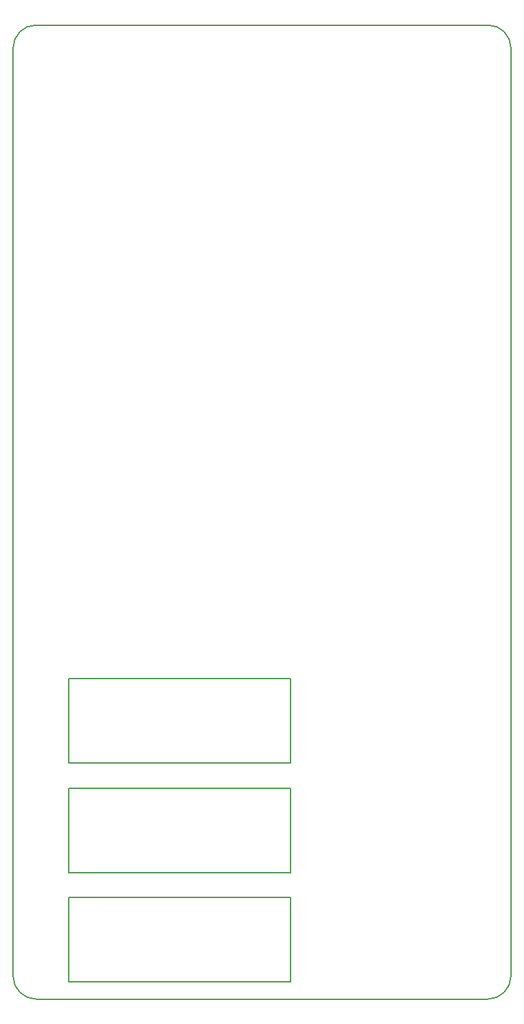
<source format=gbr>
G04 #@! TF.GenerationSoftware,KiCad,Pcbnew,(5.1.4)-1*
G04 #@! TF.CreationDate,2019-10-14T17:42:59+09:00*
G04 #@! TF.ProjectId,ControlPanel,436f6e74-726f-46c5-9061-6e656c2e6b69,rev?*
G04 #@! TF.SameCoordinates,Original*
G04 #@! TF.FileFunction,Profile,NP*
%FSLAX46Y46*%
G04 Gerber Fmt 4.6, Leading zero omitted, Abs format (unit mm)*
G04 Created by KiCad (PCBNEW (5.1.4)-1) date 2019-10-14 17:42:59*
%MOMM*%
%LPD*%
G04 APERTURE LIST*
%ADD10C,0.150000*%
G04 APERTURE END LIST*
D10*
X139250000Y-173750000D02*
X168250000Y-173750000D01*
X139250000Y-184750000D02*
X139250000Y-173750000D01*
X168250000Y-184750000D02*
X139250000Y-184750000D01*
X168250000Y-173750000D02*
X168250000Y-184750000D01*
X139250000Y-159500000D02*
X168250000Y-159500000D01*
X139250000Y-170500000D02*
X139250000Y-159500000D01*
X168250000Y-170500000D02*
X139250000Y-170500000D01*
X168250000Y-159500000D02*
X168250000Y-170500000D01*
X139250000Y-145250000D02*
X168250000Y-145250000D01*
X139250000Y-156250000D02*
X139250000Y-145250000D01*
X168250000Y-156250000D02*
X139250000Y-156250000D01*
X168250000Y-145250000D02*
X168250000Y-156250000D01*
X194000000Y-60000000D02*
X135000000Y-60000000D01*
X197000000Y-184000000D02*
X197000000Y-63000000D01*
X135000000Y-187000000D02*
X194000000Y-187000000D01*
X132000000Y-63000000D02*
X132000000Y-184000000D01*
X194000000Y-187000000D02*
G75*
G03X197000000Y-184000000I0J3000000D01*
G01*
X132000000Y-184000000D02*
G75*
G03X135000000Y-187000000I3000000J0D01*
G01*
X135000000Y-60000000D02*
G75*
G03X132000000Y-63000000I0J-3000000D01*
G01*
X197000000Y-63000000D02*
G75*
G03X194000000Y-60000000I-3000000J0D01*
G01*
M02*

</source>
